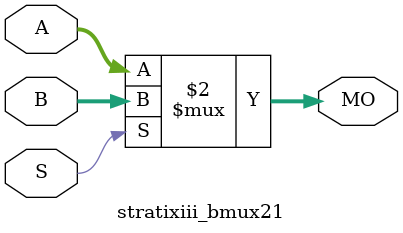
<source format=v>
module stratixiii_bmux21 (MO, A, B, S);
   input [15:0] A, B;
   input 	S;
   output [15:0] MO; 
   assign MO = (S == 1) ? B : A; 
endmodule
</source>
